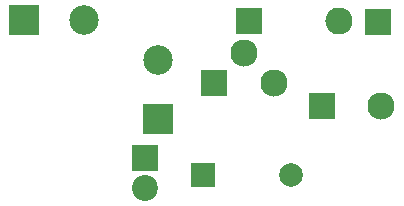
<source format=gbr>
%TF.GenerationSoftware,KiCad,Pcbnew,7.0.9*%
%TF.CreationDate,2023-11-29T13:30:04+01:00*%
%TF.ProjectId,Wzmacniacz r__nicowy do PW3015 ver.3,577a6d61-636e-4696-9163-7a2072f37c6e,rev?*%
%TF.SameCoordinates,Original*%
%TF.FileFunction,Copper,L1,Top*%
%TF.FilePolarity,Positive*%
%FSLAX46Y46*%
G04 Gerber Fmt 4.6, Leading zero omitted, Abs format (unit mm)*
G04 Created by KiCad (PCBNEW 7.0.9) date 2023-11-29 13:30:04*
%MOMM*%
%LPD*%
G01*
G04 APERTURE LIST*
%TA.AperFunction,ComponentPad*%
%ADD10R,2.300000X2.300000*%
%TD*%
%TA.AperFunction,ComponentPad*%
%ADD11O,2.300000X2.300000*%
%TD*%
%TA.AperFunction,ComponentPad*%
%ADD12R,2.000000X2.000000*%
%TD*%
%TA.AperFunction,ComponentPad*%
%ADD13C,2.000000*%
%TD*%
%TA.AperFunction,ComponentPad*%
%ADD14C,2.300000*%
%TD*%
%TA.AperFunction,ComponentPad*%
%ADD15R,2.200000X2.200000*%
%TD*%
%TA.AperFunction,ComponentPad*%
%ADD16C,2.200000*%
%TD*%
%TA.AperFunction,ComponentPad*%
%ADD17R,2.500000X2.500000*%
%TD*%
%TA.AperFunction,ComponentPad*%
%ADD18C,2.500000*%
%TD*%
G04 APERTURE END LIST*
D10*
%TO.P,D2,1,K*%
%TO.N,Net-(D2-K)*%
X185285000Y-94500000D03*
D11*
%TO.P,D2,2,A*%
%TO.N,GND*%
X192905000Y-94500000D03*
%TD*%
D10*
%TO.P,J2,1,Pin_1*%
%TO.N,GND*%
X196200000Y-94575000D03*
%TD*%
D12*
%TO.P,C8,1*%
%TO.N,Net-(D1-A)*%
X181382323Y-107500000D03*
D13*
%TO.P,C8,2*%
%TO.N,GND*%
X188882323Y-107500000D03*
%TD*%
D10*
%TO.P,C4,1*%
%TO.N,Net-(D2-K)*%
X191500000Y-101700000D03*
D14*
%TO.P,C4,2*%
%TO.N,GND*%
X196500000Y-101700000D03*
%TD*%
D15*
%TO.P,Q2,1,C*%
%TO.N,Net-(Q2-C)*%
X182360000Y-99740000D03*
D14*
%TO.P,Q2,2,B*%
%TO.N,Net-(D2-K)*%
X184900000Y-97200000D03*
%TO.P,Q2,3,E*%
%TO.N,Net-(Q2-E)*%
X187440000Y-99740000D03*
%TD*%
D15*
%TO.P,D1,1,K*%
%TO.N,Net-(D1-K)*%
X176500000Y-106100000D03*
D16*
%TO.P,D1,2,A*%
%TO.N,Net-(D1-A)*%
X176500000Y-108640000D03*
%TD*%
D17*
%TO.P,J3,1,Pin_1*%
%TO.N,Net-(J3-Pin_1)*%
X166275000Y-94375000D03*
D18*
%TO.P,J3,3,Pin_3*%
%TO.N,Net-(J3-Pin_3)*%
X171355000Y-94375000D03*
%TD*%
D17*
%TO.P,C2,1*%
%TO.N,Net-(D1-A)*%
X177600000Y-102800000D03*
D18*
%TO.P,C2,2*%
%TO.N,Net-(Q9-B)*%
X177600000Y-97800000D03*
%TD*%
M02*

</source>
